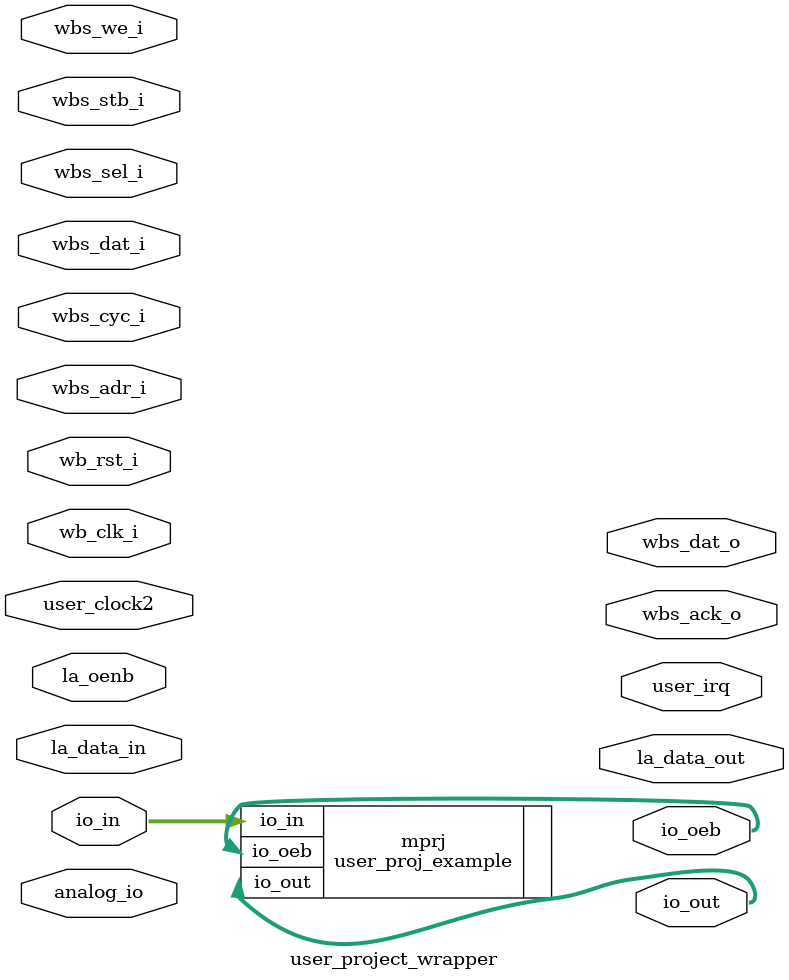
<source format=v>

`default_nettype none
/*
 *-------------------------------------------------------------
 *
 * user_project_wrapper
 *
 * This wrapper enumerates all of the pins available to the
 * user for the user project.
 *
 * An example user project is provided in this wrapper.  The
 * example should be removed and replaced with the actual
 * user project.
 *
 *-------------------------------------------------------------
 */

module user_project_wrapper #(
    parameter BITS = 32
) (
`ifdef USE_POWER_PINS
    inout vdda1,	// User area 1 3.3V supply
    inout vdda2,	// User area 2 3.3V supply
    inout vssa1,	// User area 1 analog ground
    inout vssa2,	// User area 2 analog ground
    inout vccd1,	// User area 1 1.8V supply
    inout vccd2,	// User area 2 1.8v supply
    inout vssd1,	// User area 1 digital ground
    inout vssd2,	// User area 2 digital ground
`endif

    // Wishbone Slave ports (WB MI A)
    input wb_clk_i,
    input wb_rst_i,
    input wbs_stb_i,
    input wbs_cyc_i,
    input wbs_we_i,
    input [3:0] wbs_sel_i,
    input [31:0] wbs_dat_i,
    input [31:0] wbs_adr_i,
    output wbs_ack_o,
    output [31:0] wbs_dat_o,

    // Logic Analyzer Signals
    input  [127:0] la_data_in,
    output [127:0] la_data_out,
    input  [127:0] la_oenb,

    // IOs
    input  [37:0] io_in,
    output [37:0] io_out,
    output [37:0] io_oeb,

    // Analog (direct connection to GPIO pad---use with caution)
    // Note that analog I/O is not available on the 7 lowest-numbered
    // GPIO pads, and so the analog_io indexing is offset from the
    // GPIO indexing by 7 (also upper 2 GPIOs do not have analog_io).
    inout [37-10:0] analog_io,

    // Independent clock (on independent integer divider)
    input   user_clock2,

    // User maskable interrupt signals
    output [2:0] user_irq
);

/*--------------------------------------*/
/* User project is instantiated  here   */
/*--------------------------------------*/

user_proj_example mprj (
`ifdef USE_POWER_PINS
	.vccd1(vccd1),	// User area 1 1.8V power
	.vssd1(vssd1),	// User area 1 digital ground
`endif

    // IO Pads

    .io_in (io_in),
    .io_out(io_out),
    .io_oeb(io_oeb)

);

endmodule	// user_project_wrapper

`default_nettype wire

</source>
